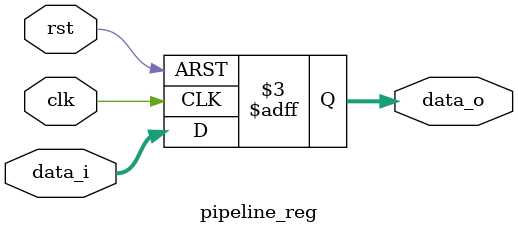
<source format=v>
module pipeline_reg(clk,rst,data_i,data_o);

parameter size = 0;

input clk;
input rst;
input wire	[size-1:0] data_i;
output [size-1:0] data_o;
reg [size-1:0] data_o;

always @(posedge clk,negedge rst) begin
	if(~rst)
	    data_o<=0;
	else
	    data_o<=data_i;
end

endmodule

</source>
